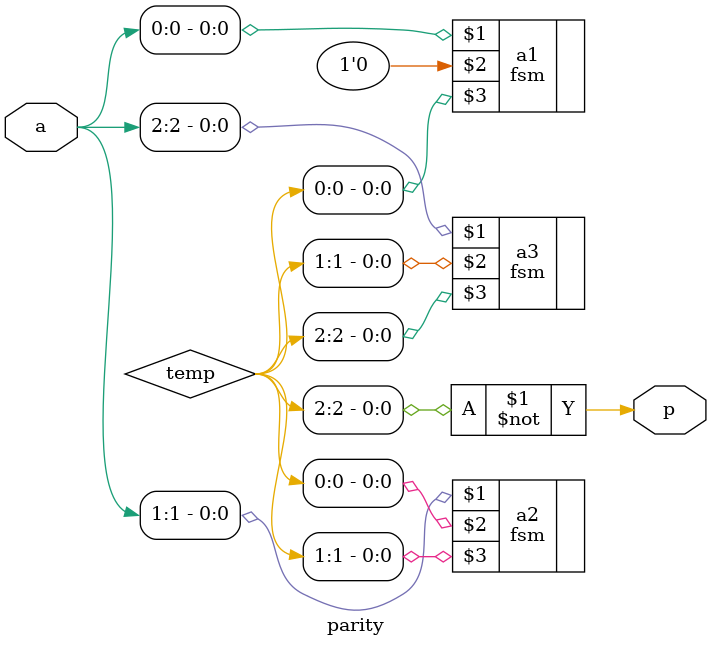
<source format=v>
module parity(a, p);
    input [2:0] a;
    output p;
    wire [2:0] temp;
    fsm a1(a[0],1'b0,temp[0]);
    fsm a2(a[1],temp[0],temp[1]);
    fsm a3(a[2],temp[1],temp[2]);
    assign p=~temp[2];
    //assign p = temp[2];
endmodule
</source>
